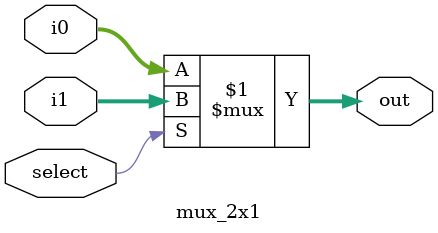
<source format=v>
/***************************************************
* 64 bit 2X1 MUX program
* Shanthanu S Rai(17CO242) and Varun Pattar(17CO249)
* January 5, 2019
****************************************************/


module mux_2x1(i0, i1, select, out);
	
input [63:0] i0, i1;
input select;
output [63:0] out;

assign out = (select)?i1:i0;

endmodule


</source>
